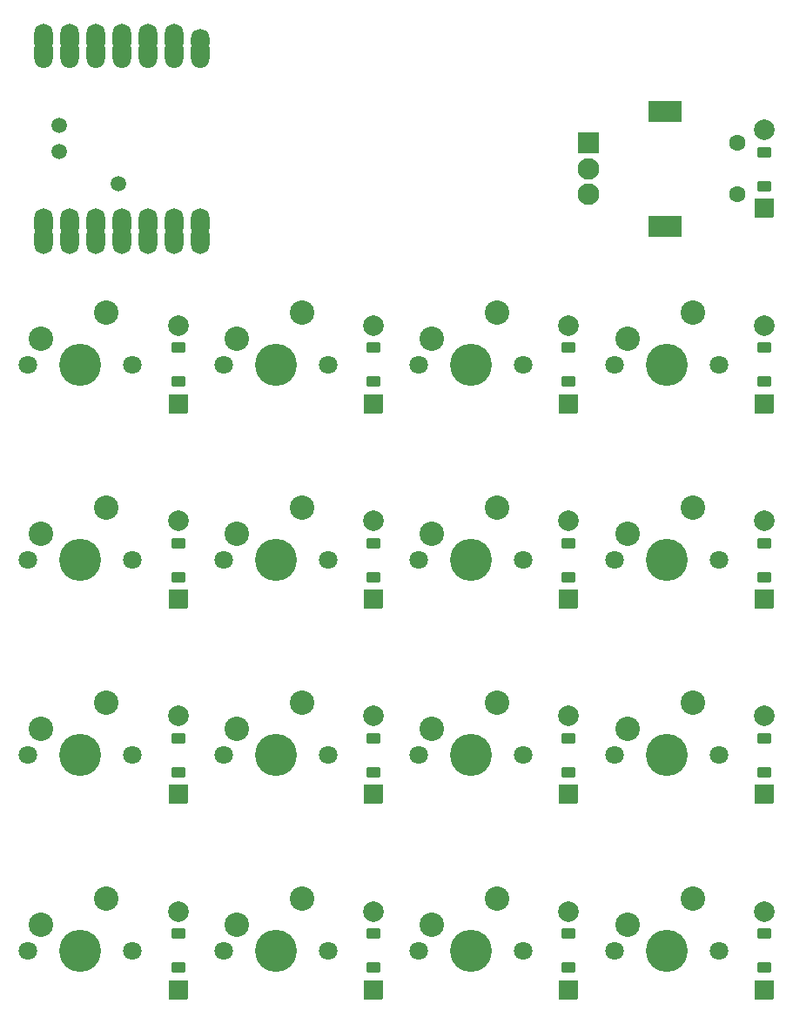
<source format=gbr>
%TF.GenerationSoftware,KiCad,Pcbnew,8.0.5*%
%TF.CreationDate,2024-10-25T18:54:30-04:00*%
%TF.ProjectId,macropad,6d616372-6f70-4616-942e-6b696361645f,v1.0.0*%
%TF.SameCoordinates,Original*%
%TF.FileFunction,Soldermask,Top*%
%TF.FilePolarity,Negative*%
%FSLAX46Y46*%
G04 Gerber Fmt 4.6, Leading zero omitted, Abs format (unit mm)*
G04 Created by KiCad (PCBNEW 8.0.5) date 2024-10-25 18:54:30*
%MOMM*%
%LPD*%
G01*
G04 APERTURE LIST*
G04 Aperture macros list*
%AMRoundRect*
0 Rectangle with rounded corners*
0 $1 Rounding radius*
0 $2 $3 $4 $5 $6 $7 $8 $9 X,Y pos of 4 corners*
0 Add a 4 corners polygon primitive as box body*
4,1,4,$2,$3,$4,$5,$6,$7,$8,$9,$2,$3,0*
0 Add four circle primitives for the rounded corners*
1,1,$1+$1,$2,$3*
1,1,$1+$1,$4,$5*
1,1,$1+$1,$6,$7*
1,1,$1+$1,$8,$9*
0 Add four rect primitives between the rounded corners*
20,1,$1+$1,$2,$3,$4,$5,0*
20,1,$1+$1,$4,$5,$6,$7,0*
20,1,$1+$1,$6,$7,$8,$9,0*
20,1,$1+$1,$8,$9,$2,$3,0*%
G04 Aperture macros list end*
%ADD10C,1.801800*%
%ADD11C,4.087800*%
%ADD12C,2.386000*%
%ADD13RoundRect,0.050000X0.889000X-0.889000X0.889000X0.889000X-0.889000X0.889000X-0.889000X-0.889000X0*%
%ADD14RoundRect,0.050000X0.600000X-0.450000X0.600000X0.450000X-0.600000X0.450000X-0.600000X-0.450000X0*%
%ADD15C,2.005000*%
%ADD16O,1.800000X2.850000*%
%ADD17O,1.800000X2.350000*%
%ADD18RoundRect,0.050000X-1.600000X-1.000000X1.600000X-1.000000X1.600000X1.000000X-1.600000X1.000000X0*%
%ADD19C,1.600000*%
%ADD20RoundRect,0.050000X-1.000000X-1.000000X1.000000X-1.000000X1.000000X1.000000X-1.000000X1.000000X0*%
%ADD21C,2.100000*%
%ADD22C,1.630000*%
%ADD23C,1.500000*%
G04 APERTURE END LIST*
D10*
%TO.C,S14*%
X140920000Y-104190000D03*
D11*
X146000000Y-104190000D03*
D10*
X151080000Y-104190000D03*
D12*
X148540000Y-99110000D03*
X142190000Y-101650000D03*
%TD*%
D13*
%TO.C,D10*%
X136500000Y-108000000D03*
D14*
X136500000Y-105840000D03*
X136500000Y-102540000D03*
D15*
X136500000Y-100380000D03*
%TD*%
D16*
%TO.C,*%
X100620000Y-54000000D03*
%TD*%
%TO.C,*%
X87920000Y-54000000D03*
%TD*%
D10*
%TO.C,S5*%
X102920000Y-123190000D03*
D11*
X108000000Y-123190000D03*
D10*
X113080000Y-123190000D03*
D12*
X110540000Y-118110000D03*
X104190000Y-120650000D03*
%TD*%
D10*
%TO.C,S2*%
X83920000Y-104190000D03*
D11*
X89000000Y-104190000D03*
D10*
X94080000Y-104190000D03*
D12*
X91540000Y-99110000D03*
X85190000Y-101650000D03*
%TD*%
D10*
%TO.C,S7*%
X102920000Y-85190000D03*
D11*
X108000000Y-85190000D03*
D10*
X113080000Y-85190000D03*
D12*
X110540000Y-80110000D03*
X104190000Y-82650000D03*
%TD*%
D10*
%TO.C,S12*%
X121920000Y-66190000D03*
D11*
X127000000Y-66190000D03*
D10*
X132080000Y-66190000D03*
D12*
X129540000Y-61110000D03*
X123190000Y-63650000D03*
%TD*%
D10*
%TO.C,S13*%
X140920000Y-123190000D03*
D11*
X146000000Y-123190000D03*
D10*
X151080000Y-123190000D03*
D12*
X148540000Y-118110000D03*
X142190000Y-120650000D03*
%TD*%
D16*
%TO.C,*%
X85380000Y-34490000D03*
%TD*%
D17*
%TO.C,*%
X100620000Y-34760000D03*
%TD*%
D13*
%TO.C,D13*%
X155500000Y-127000000D03*
D14*
X155500000Y-124840000D03*
X155500000Y-121540000D03*
D15*
X155500000Y-119380000D03*
%TD*%
D16*
%TO.C,*%
X90460000Y-54000000D03*
%TD*%
D10*
%TO.C,S11*%
X121920000Y-85190000D03*
D11*
X127000000Y-85190000D03*
D10*
X132080000Y-85190000D03*
D12*
X129540000Y-80110000D03*
X123190000Y-82650000D03*
%TD*%
D10*
%TO.C,S15*%
X140920000Y-85190000D03*
D11*
X146000000Y-85190000D03*
D10*
X151080000Y-85190000D03*
D12*
X148540000Y-80110000D03*
X142190000Y-82650000D03*
%TD*%
D13*
%TO.C,D2*%
X98500000Y-108000000D03*
D14*
X98500000Y-105840000D03*
X98500000Y-102540000D03*
D15*
X98500000Y-100380000D03*
%TD*%
D13*
%TO.C,D9*%
X136500000Y-127000000D03*
D14*
X136500000Y-124840000D03*
X136500000Y-121540000D03*
D15*
X136500000Y-119380000D03*
%TD*%
D18*
%TO.C,ROT1*%
X145880000Y-41550000D03*
X145880000Y-52750000D03*
D19*
X152880000Y-44650000D03*
X152880000Y-49650000D03*
D20*
X138380000Y-44650000D03*
D21*
X138380000Y-49650000D03*
X138380000Y-47150000D03*
%TD*%
D16*
%TO.C,*%
X85380000Y-54000000D03*
%TD*%
%TO.C,*%
X87920000Y-34490000D03*
%TD*%
D13*
%TO.C,D4*%
X98500000Y-70000000D03*
D14*
X98500000Y-67840000D03*
X98500000Y-64540000D03*
D15*
X98500000Y-62380000D03*
%TD*%
D13*
%TO.C,D14*%
X155500000Y-108000000D03*
D14*
X155500000Y-105840000D03*
X155500000Y-102540000D03*
D15*
X155500000Y-100380000D03*
%TD*%
D13*
%TO.C,D15*%
X155500000Y-89000000D03*
D14*
X155500000Y-86840000D03*
X155500000Y-83540000D03*
D15*
X155500000Y-81380000D03*
%TD*%
D13*
%TO.C,D6*%
X117500000Y-108000000D03*
D14*
X117500000Y-105840000D03*
X117500000Y-102540000D03*
D15*
X117500000Y-100380000D03*
%TD*%
D10*
%TO.C,S6*%
X102920000Y-104190000D03*
D11*
X108000000Y-104190000D03*
D10*
X113080000Y-104190000D03*
D12*
X110540000Y-99110000D03*
X104190000Y-101650000D03*
%TD*%
D13*
%TO.C,D3*%
X98500000Y-89000000D03*
D14*
X98500000Y-86840000D03*
X98500000Y-83540000D03*
D15*
X98500000Y-81380000D03*
%TD*%
D13*
%TO.C,D8*%
X117500000Y-70000000D03*
D14*
X117500000Y-67840000D03*
X117500000Y-64540000D03*
D15*
X117500000Y-62380000D03*
%TD*%
D22*
%TO.C,_1*%
X85380000Y-51810000D03*
X87920000Y-51810000D03*
X90460000Y-51810000D03*
X93000000Y-51810000D03*
X95540000Y-51810000D03*
X98080000Y-51810000D03*
X100620000Y-51810000D03*
D23*
X92683000Y-48635000D03*
X86967000Y-45460000D03*
X86967000Y-42920000D03*
D22*
X85380000Y-36570000D03*
X87920000Y-36570000D03*
X90460000Y-36570000D03*
X93000000Y-36570000D03*
X95540000Y-36570000D03*
X98080000Y-36570000D03*
X100620000Y-36570000D03*
D16*
X85380000Y-52445000D03*
X87920000Y-52445000D03*
X90460000Y-52445000D03*
X93000000Y-52445000D03*
X95540000Y-52445000D03*
X98080000Y-52445000D03*
X100620000Y-52445000D03*
X100620000Y-35935000D03*
X98080000Y-35935000D03*
X95540000Y-35935000D03*
X93000000Y-35935000D03*
X90460000Y-35935000D03*
X87920000Y-35935000D03*
X85380000Y-35935000D03*
%TD*%
D10*
%TO.C,S10*%
X121920000Y-104190000D03*
D11*
X127000000Y-104190000D03*
D10*
X132080000Y-104190000D03*
D12*
X129540000Y-99110000D03*
X123190000Y-101650000D03*
%TD*%
D16*
%TO.C,*%
X98080000Y-34490000D03*
%TD*%
D10*
%TO.C,S1*%
X83920000Y-123190000D03*
D11*
X89000000Y-123190000D03*
D10*
X94080000Y-123190000D03*
D12*
X91540000Y-118110000D03*
X85190000Y-120650000D03*
%TD*%
D16*
%TO.C,*%
X93000000Y-54000000D03*
%TD*%
D13*
%TO.C,D11*%
X136500000Y-89000000D03*
D14*
X136500000Y-86840000D03*
X136500000Y-83540000D03*
D15*
X136500000Y-81380000D03*
%TD*%
D10*
%TO.C,S16*%
X140920000Y-66190000D03*
D11*
X146000000Y-66190000D03*
D10*
X151080000Y-66190000D03*
D12*
X148540000Y-61110000D03*
X142190000Y-63650000D03*
%TD*%
D16*
%TO.C,*%
X95540000Y-54000000D03*
%TD*%
D13*
%TO.C,D12*%
X136500000Y-70000000D03*
D14*
X136500000Y-67840000D03*
X136500000Y-64540000D03*
D15*
X136500000Y-62380000D03*
%TD*%
D13*
%TO.C,D5*%
X117500000Y-127000000D03*
D14*
X117500000Y-124840000D03*
X117500000Y-121540000D03*
D15*
X117500000Y-119380000D03*
%TD*%
D10*
%TO.C,S4*%
X83920000Y-66190000D03*
D11*
X89000000Y-66190000D03*
D10*
X94080000Y-66190000D03*
D12*
X91540000Y-61110000D03*
X85190000Y-63650000D03*
%TD*%
D10*
%TO.C,S9*%
X121920000Y-123190000D03*
D11*
X127000000Y-123190000D03*
D10*
X132080000Y-123190000D03*
D12*
X129540000Y-118110000D03*
X123190000Y-120650000D03*
%TD*%
D16*
%TO.C,*%
X93000000Y-34490000D03*
%TD*%
%TO.C,*%
X98080000Y-54000000D03*
%TD*%
D13*
%TO.C,D7*%
X117500000Y-89000000D03*
D14*
X117500000Y-86840000D03*
X117500000Y-83540000D03*
D15*
X117500000Y-81380000D03*
%TD*%
D10*
%TO.C,S8*%
X102920000Y-66190000D03*
D11*
X108000000Y-66190000D03*
D10*
X113080000Y-66190000D03*
D12*
X110540000Y-61110000D03*
X104190000Y-63650000D03*
%TD*%
D13*
%TO.C,D16*%
X155500000Y-70000000D03*
D14*
X155500000Y-67840000D03*
X155500000Y-64540000D03*
D15*
X155500000Y-62380000D03*
%TD*%
D16*
%TO.C,*%
X95540000Y-34490000D03*
%TD*%
D10*
%TO.C,S3*%
X83920000Y-85190000D03*
D11*
X89000000Y-85190000D03*
D10*
X94080000Y-85190000D03*
D12*
X91540000Y-80110000D03*
X85190000Y-82650000D03*
%TD*%
D13*
%TO.C,D17*%
X155500000Y-51000000D03*
D14*
X155500000Y-48840000D03*
X155500000Y-45540000D03*
D15*
X155500000Y-43380000D03*
%TD*%
D16*
%TO.C,*%
X90460000Y-34490000D03*
%TD*%
D13*
%TO.C,D1*%
X98500000Y-127000000D03*
D14*
X98500000Y-124840000D03*
X98500000Y-121540000D03*
D15*
X98500000Y-119380000D03*
%TD*%
M02*

</source>
